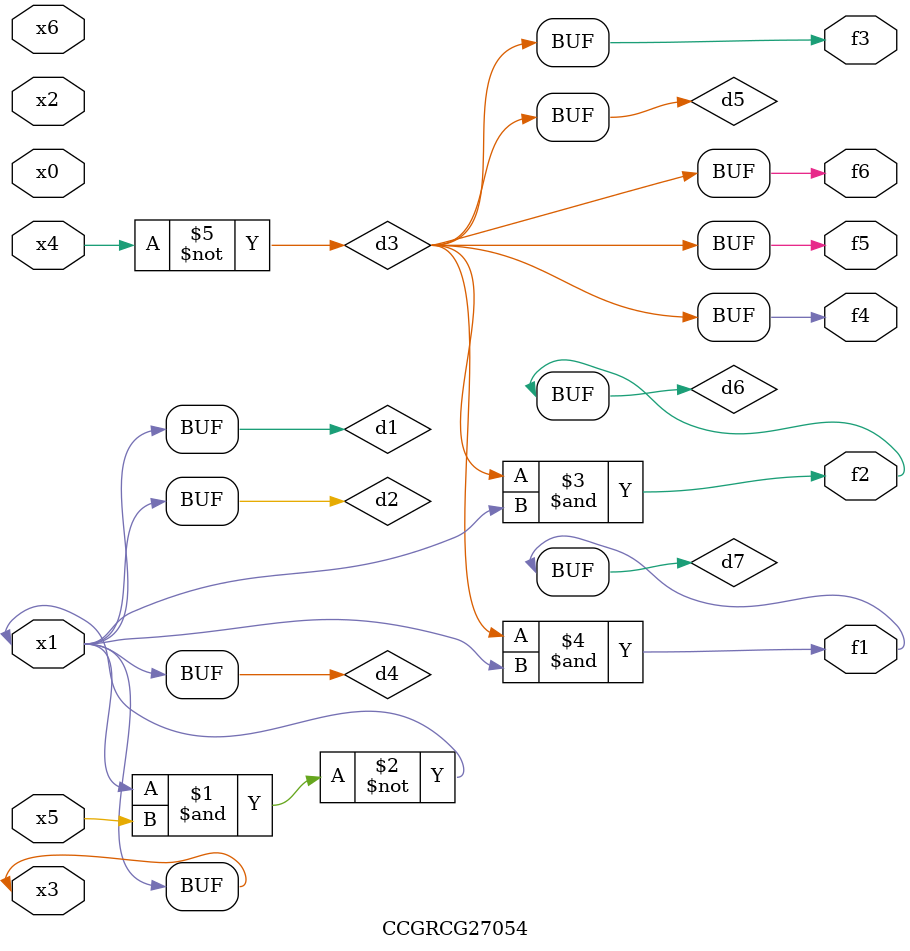
<source format=v>
module CCGRCG27054(
	input x0, x1, x2, x3, x4, x5, x6,
	output f1, f2, f3, f4, f5, f6
);

	wire d1, d2, d3, d4, d5, d6, d7;

	buf (d1, x1, x3);
	nand (d2, x1, x5);
	not (d3, x4);
	buf (d4, d1, d2);
	buf (d5, d3);
	and (d6, d3, d4);
	and (d7, d3, d4);
	assign f1 = d7;
	assign f2 = d6;
	assign f3 = d5;
	assign f4 = d5;
	assign f5 = d5;
	assign f6 = d5;
endmodule

</source>
